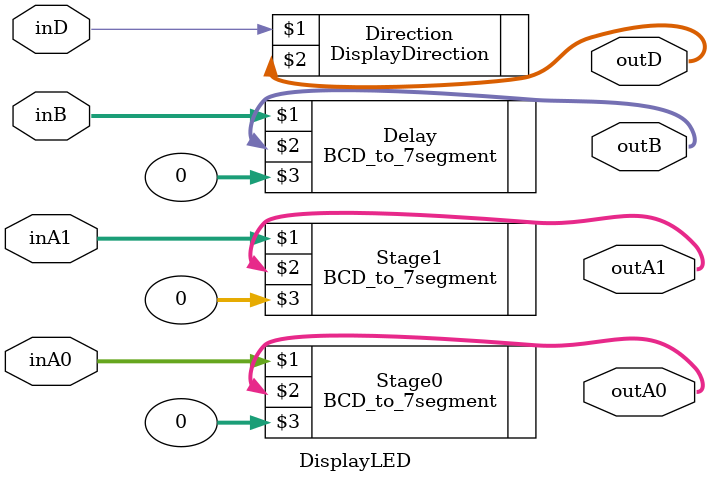
<source format=v>
module DisplayLED(inA0,inA1,inB,inD,outA0,outA1,outB,outD);
input [3:0]inA0;
input [3:0]inA1;
input [3:0]inB;
input inD;

output [6:0]outA0;
output [6:0]outA1;
output [6:0]outB;
output [6:0]outD;

BCD_to_7segment Stage0(inA0,outA0,0);
BCD_to_7segment Stage1(inA1,outA1,0);

BCD_to_7segment Delay(inB,outB,0);
DisplayDirection Direction(inD,outD);

endmodule

</source>
